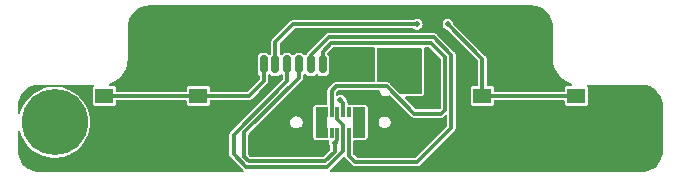
<source format=gbr>
%TF.GenerationSoftware,KiCad,Pcbnew,7.0.6*%
%TF.CreationDate,2023-07-17T12:40:32+01:00*%
%TF.ProjectId,Galia,47616c69-612e-46b6-9963-61645f706362,V1.0*%
%TF.SameCoordinates,Original*%
%TF.FileFunction,Copper,L1,Top*%
%TF.FilePolarity,Positive*%
%FSLAX46Y46*%
G04 Gerber Fmt 4.6, Leading zero omitted, Abs format (unit mm)*
G04 Created by KiCad (PCBNEW 7.0.6) date 2023-07-17 12:40:32*
%MOMM*%
%LPD*%
G01*
G04 APERTURE LIST*
G04 Aperture macros list*
%AMRoundRect*
0 Rectangle with rounded corners*
0 $1 Rounding radius*
0 $2 $3 $4 $5 $6 $7 $8 $9 X,Y pos of 4 corners*
0 Add a 4 corners polygon primitive as box body*
4,1,4,$2,$3,$4,$5,$6,$7,$8,$9,$2,$3,0*
0 Add four circle primitives for the rounded corners*
1,1,$1+$1,$2,$3*
1,1,$1+$1,$4,$5*
1,1,$1+$1,$6,$7*
1,1,$1+$1,$8,$9*
0 Add four rect primitives between the rounded corners*
20,1,$1+$1,$2,$3,$4,$5,0*
20,1,$1+$1,$4,$5,$6,$7,0*
20,1,$1+$1,$6,$7,$8,$9,0*
20,1,$1+$1,$8,$9,$2,$3,0*%
G04 Aperture macros list end*
%TA.AperFunction,SMDPad,CuDef*%
%ADD10RoundRect,0.150000X0.150000X0.200000X-0.150000X0.200000X-0.150000X-0.200000X0.150000X-0.200000X0*%
%TD*%
%TA.AperFunction,SMDPad,CuDef*%
%ADD11RoundRect,0.150000X0.150000X0.625000X-0.150000X0.625000X-0.150000X-0.625000X0.150000X-0.625000X0*%
%TD*%
%TA.AperFunction,SMDPad,CuDef*%
%ADD12RoundRect,0.250000X0.350000X0.650000X-0.350000X0.650000X-0.350000X-0.650000X0.350000X-0.650000X0*%
%TD*%
%TA.AperFunction,SMDPad,CuDef*%
%ADD13R,0.300000X0.500000*%
%TD*%
%TA.AperFunction,SMDPad,CuDef*%
%ADD14R,0.500000X0.300000*%
%TD*%
%TA.AperFunction,ComponentPad*%
%ADD15O,2.200000X1.100000*%
%TD*%
%TA.AperFunction,SMDPad,CuDef*%
%ADD16R,0.300000X0.870000*%
%TD*%
%TA.AperFunction,ComponentPad*%
%ADD17C,5.600000*%
%TD*%
%TA.AperFunction,SMDPad,CuDef*%
%ADD18R,1.550000X1.300000*%
%TD*%
%TA.AperFunction,ViaPad*%
%ADD19C,0.600000*%
%TD*%
%TA.AperFunction,ViaPad*%
%ADD20C,0.500000*%
%TD*%
%TA.AperFunction,Conductor*%
%ADD21C,0.300000*%
%TD*%
G04 APERTURE END LIST*
D10*
%TO.P,D1,1,K*%
%TO.N,VBUS*%
X96400000Y-50200000D03*
%TO.P,D1,2,A*%
%TO.N,GND*%
X97800000Y-50200000D03*
%TD*%
D11*
%TO.P,J3,1,Pin_1*%
%TO.N,VBUS*%
X96500000Y-48100000D03*
%TO.P,J3,2,Pin_2*%
X95500000Y-48100000D03*
%TO.P,J3,3,Pin_3*%
X94500000Y-48100000D03*
%TO.P,J3,4,Pin_4*%
X93500000Y-48100000D03*
%TO.P,J3,5,Pin_5*%
%TO.N,GND*%
X92500000Y-48100000D03*
%TO.P,J3,6,Pin_6*%
X91500000Y-48100000D03*
%TO.P,J3,7,Pin_7*%
X90500000Y-48100000D03*
%TO.P,J3,8,Pin_8*%
X89500000Y-48100000D03*
%TO.P,J3,9,Pin_9*%
%TO.N,CC2*%
X88500000Y-48100000D03*
%TO.P,J3,10,Pin_10*%
%TO.N,CC1*%
X87500000Y-48100000D03*
%TO.P,J3,11,Pin_11*%
%TO.N,/D-*%
X86500000Y-48100000D03*
%TO.P,J3,12,Pin_12*%
%TO.N,/D+*%
X85500000Y-48100000D03*
%TO.P,J3,13,Pin_13*%
%TO.N,/~{RST}*%
X84500000Y-48100000D03*
%TO.P,J3,14,Pin_14*%
%TO.N,/BOOTSEL*%
X83500000Y-48100000D03*
D12*
%TO.P,J3,MP,MountPin*%
%TO.N,GND*%
X97800000Y-44225000D03*
X82200000Y-44225000D03*
%TD*%
D13*
%TO.P,D5,1,K*%
%TO.N,/D+*%
X80950000Y-55000000D03*
%TO.P,D5,2,A*%
%TO.N,GND*%
X80250000Y-55000000D03*
%TD*%
%TO.P,D4,2,A*%
%TO.N,GND*%
X82550000Y-55000000D03*
%TO.P,D4,1,K*%
%TO.N,/D-*%
X81850000Y-55000000D03*
%TD*%
D14*
%TO.P,D3,2,A*%
%TO.N,GND*%
X95700000Y-55650000D03*
%TO.P,D3,1,K*%
%TO.N,CC1*%
X95700000Y-56350000D03*
%TD*%
%TO.P,D2,2,A*%
%TO.N,GND*%
X98100000Y-52950000D03*
%TO.P,D2,1,K*%
%TO.N,CC2*%
X98100000Y-52250000D03*
%TD*%
D15*
%TO.P,J1,S1,SHIELD*%
%TO.N,GND*%
X87600000Y-50850000D03*
X87600000Y-55150000D03*
X92400000Y-50850000D03*
X92400000Y-55150000D03*
D16*
%TO.P,J1,B12,GND*%
X92750000Y-52135000D03*
%TO.P,J1,B9,VBUS*%
%TO.N,VBUS*%
X91250000Y-52135000D03*
%TO.P,J1,B8,SBU2*%
%TO.N,unconnected-(J1-SBU2-PadB8)*%
X90750000Y-52135000D03*
%TO.P,J1,B7,D-*%
%TO.N,/D-*%
X90250000Y-52135000D03*
%TO.P,J1,B6,D+*%
%TO.N,/D+*%
X89750000Y-52135000D03*
%TO.P,J1,B5,CC2*%
%TO.N,CC2*%
X89250000Y-52135000D03*
%TO.P,J1,B4,VBUS*%
%TO.N,VBUS*%
X88750000Y-52135000D03*
%TO.P,J1,B1,GND*%
%TO.N,GND*%
X87250000Y-52135000D03*
%TO.P,J1,A12,GND*%
X87250000Y-53865000D03*
%TO.P,J1,A9,VBUS*%
%TO.N,VBUS*%
X88750000Y-53865000D03*
%TO.P,J1,A8,SBU1*%
%TO.N,unconnected-(J1-SBU1-PadA8)*%
X89250000Y-53865000D03*
%TO.P,J1,A7,D-*%
%TO.N,/D-*%
X89750000Y-53865000D03*
%TO.P,J1,A6,D+*%
%TO.N,/D+*%
X90250000Y-53865000D03*
%TO.P,J1,A5,CC1*%
%TO.N,CC1*%
X90750000Y-53865000D03*
%TO.P,J1,A4,VBUS*%
%TO.N,VBUS*%
X91250000Y-53865000D03*
%TO.P,J1,A1,GND*%
%TO.N,GND*%
X92750000Y-53865000D03*
%TD*%
D17*
%TO.P,H1,1*%
%TO.N,N/C*%
X65800000Y-53000000D03*
%TD*%
%TO.P,H2,1,1*%
%TO.N,GND*%
X114200000Y-53000000D03*
%TD*%
D18*
%TO.P,SW2,1,A*%
%TO.N,GND*%
X77980000Y-55250000D03*
X70020000Y-55250000D03*
%TO.P,SW2,2,B*%
%TO.N,/BOOTSEL*%
X77980000Y-50750000D03*
X70020000Y-50750000D03*
%TD*%
%TO.P,SW1,2,B*%
%TO.N,/~{RST}*%
X102020000Y-50750000D03*
X109980000Y-50750000D03*
%TO.P,SW1,1,A*%
%TO.N,GND*%
X102020000Y-55250000D03*
X109980000Y-55250000D03*
%TD*%
D19*
%TO.N,GND*%
X98200000Y-49500000D03*
X98200000Y-50900000D03*
X97400000Y-49500000D03*
X97400000Y-50900000D03*
D20*
%TO.N,/~{RST}*%
X96500000Y-44700000D03*
X99100000Y-44700000D03*
D19*
%TO.N,GND*%
X98700000Y-52950000D03*
X97500000Y-52950000D03*
X96300000Y-55650000D03*
X95100000Y-55650000D03*
X80250000Y-54400000D03*
X80250000Y-55600000D03*
X82550000Y-54400000D03*
X82550000Y-55650000D03*
D20*
%TO.N,/D-*%
X89509020Y-54736081D03*
X90000000Y-51100000D03*
D19*
%TO.N,VBUS*%
X93400000Y-47000000D03*
X94200000Y-47000000D03*
X95000000Y-47000000D03*
X95800000Y-47000000D03*
X96600000Y-47000000D03*
X96600000Y-49200000D03*
X91800000Y-53000000D03*
X88200000Y-52200000D03*
X88200000Y-53000000D03*
X88200000Y-53800000D03*
X91800000Y-53800000D03*
X95800000Y-49200000D03*
X91800000Y-52200000D03*
X94200000Y-49200000D03*
X95000000Y-49200000D03*
X93400000Y-49200000D03*
%TO.N,GND*%
X102000000Y-54200000D03*
X110000000Y-54200000D03*
X70000000Y-54200000D03*
X78000000Y-54200000D03*
%TD*%
D21*
%TO.N,/~{RST}*%
X86000000Y-44700000D02*
X96500000Y-44700000D01*
X84500000Y-46200000D02*
X86000000Y-44700000D01*
X84500000Y-48100000D02*
X84500000Y-46200000D01*
%TO.N,/D-*%
X81850000Y-53857106D02*
X81850000Y-55000000D01*
X86500000Y-48100000D02*
X86500000Y-49207106D01*
X86500000Y-49207106D02*
X81850000Y-53857106D01*
%TO.N,/D+*%
X85500000Y-49500000D02*
X85500000Y-48100000D01*
X80950000Y-55000000D02*
X80950000Y-54050000D01*
X80950000Y-54050000D02*
X85500000Y-49500000D01*
X88900001Y-56800000D02*
X90250000Y-55450000D01*
X82042894Y-56800000D02*
X88900001Y-56800000D01*
X80950000Y-55707106D02*
X82042894Y-56800000D01*
X80950000Y-55000000D02*
X80950000Y-55707106D01*
X90250000Y-55450000D02*
X90250000Y-53865000D01*
%TO.N,/D-*%
X89509020Y-54736081D02*
X89509020Y-55483874D01*
X89509020Y-55483874D02*
X88692894Y-56300000D01*
X82250000Y-56300000D02*
X88692894Y-56300000D01*
X81850000Y-55900000D02*
X81850000Y-55000000D01*
X82250000Y-56300000D02*
X81850000Y-55900000D01*
%TO.N,CC2*%
X98550000Y-52250000D02*
X98100000Y-52250000D01*
X98850000Y-47450000D02*
X98850000Y-51950000D01*
X98850000Y-51950000D02*
X98550000Y-52250000D01*
X89200000Y-46300000D02*
X97700000Y-46300000D01*
X97700000Y-46300000D02*
X98850000Y-47450000D01*
X88500000Y-48100000D02*
X88500000Y-47000000D01*
X88500000Y-47000000D02*
X89200000Y-46300000D01*
X89250000Y-50342894D02*
X89250000Y-52135000D01*
X93950000Y-49950000D02*
X89642894Y-49950000D01*
X89642894Y-49950000D02*
X89250000Y-50342894D01*
X98100000Y-52250000D02*
X96250000Y-52250000D01*
X96250000Y-52250000D02*
X93950000Y-49950000D01*
%TO.N,/~{RST}*%
X102020000Y-47620000D02*
X102020000Y-50750000D01*
X99100000Y-44700000D02*
X102020000Y-47620000D01*
%TO.N,/BOOTSEL*%
X83500000Y-49500000D02*
X83500000Y-48100000D01*
X82250000Y-50750000D02*
X83500000Y-49500000D01*
X77980000Y-50750000D02*
X82250000Y-50750000D01*
%TO.N,CC1*%
X90750000Y-55850000D02*
X90750000Y-53865000D01*
X99400000Y-53469239D02*
X96519239Y-56350000D01*
X99400000Y-47292894D02*
X99400000Y-53469239D01*
X96519239Y-56350000D02*
X91250000Y-56350000D01*
X88992893Y-45800000D02*
X97907106Y-45800000D01*
X97907106Y-45800000D02*
X99400000Y-47292894D01*
X87500000Y-47292894D02*
X88992893Y-45800000D01*
X87500000Y-48100000D02*
X87500000Y-47292894D01*
X91250000Y-56350000D02*
X90750000Y-55850000D01*
%TO.N,/~{RST}*%
X109980000Y-50750000D02*
X102020000Y-50750000D01*
%TO.N,/D-*%
X90250000Y-51350000D02*
X90000000Y-51100000D01*
X90250000Y-52135000D02*
X90250000Y-51350000D01*
X89750000Y-54495101D02*
X89509020Y-54736081D01*
X89750000Y-53865000D02*
X89750000Y-54495101D01*
%TO.N,/D+*%
X90250000Y-53250000D02*
X90250000Y-53865000D01*
X89750000Y-52750000D02*
X90250000Y-53250000D01*
X89750000Y-52135000D02*
X89750000Y-52750000D01*
%TO.N,/BOOTSEL*%
X77980000Y-50750000D02*
X70020000Y-50750000D01*
%TD*%
%TA.AperFunction,Conductor*%
%TO.N,VBUS*%
G36*
X96859191Y-46718907D02*
G01*
X96895155Y-46768407D01*
X96900000Y-46799000D01*
X96900000Y-49453644D01*
X96898992Y-49467733D01*
X96894353Y-49500000D01*
X96898823Y-49531093D01*
X96898992Y-49532264D01*
X96900000Y-49546354D01*
X96900000Y-50501000D01*
X96881093Y-50559191D01*
X96831593Y-50595155D01*
X96801000Y-50600000D01*
X95136690Y-50600000D01*
X95078499Y-50581093D01*
X95066686Y-50571004D01*
X94230801Y-49735119D01*
X94217925Y-49719262D01*
X94211437Y-49709331D01*
X94184885Y-49688665D01*
X94180283Y-49684601D01*
X94177307Y-49681625D01*
X94159560Y-49668954D01*
X94119128Y-49637484D01*
X94112677Y-49633993D01*
X94106068Y-49630761D01*
X94106066Y-49630760D01*
X94056954Y-49616138D01*
X94008488Y-49599500D01*
X94008485Y-49599499D01*
X94001260Y-49598293D01*
X93993955Y-49597383D01*
X93993954Y-49597383D01*
X93993952Y-49597383D01*
X93942769Y-49599500D01*
X93199000Y-49599500D01*
X93140809Y-49580593D01*
X93104845Y-49531093D01*
X93100000Y-49500500D01*
X93100000Y-46799000D01*
X93118907Y-46740809D01*
X93168407Y-46704845D01*
X93199000Y-46700000D01*
X96801000Y-46700000D01*
X96859191Y-46718907D01*
G37*
%TD.AperFunction*%
%TD*%
%TA.AperFunction,Conductor*%
%TO.N,VBUS*%
G36*
X88858691Y-51718907D02*
G01*
X88894655Y-51768407D01*
X88899500Y-51799000D01*
X88899500Y-52589747D01*
X88899761Y-52592398D01*
X88900000Y-52597255D01*
X88900000Y-53402739D01*
X88899762Y-53407592D01*
X88899500Y-53410253D01*
X88899500Y-54201000D01*
X88880593Y-54259191D01*
X88831093Y-54295155D01*
X88800500Y-54300000D01*
X87999000Y-54300000D01*
X87940809Y-54281093D01*
X87904845Y-54231593D01*
X87900000Y-54201000D01*
X87900000Y-51799000D01*
X87918907Y-51740809D01*
X87968407Y-51704845D01*
X87999000Y-51700000D01*
X88800500Y-51700000D01*
X88858691Y-51718907D01*
G37*
%TD.AperFunction*%
%TD*%
%TA.AperFunction,Conductor*%
%TO.N,VBUS*%
G36*
X92059191Y-51718907D02*
G01*
X92095155Y-51768407D01*
X92100000Y-51799000D01*
X92100000Y-54201000D01*
X92081093Y-54259191D01*
X92031593Y-54295155D01*
X92001000Y-54300000D01*
X91199500Y-54300000D01*
X91141309Y-54281093D01*
X91105345Y-54231593D01*
X91100500Y-54201000D01*
X91100500Y-53410253D01*
X91100238Y-53407592D01*
X91100000Y-53402739D01*
X91100000Y-52597255D01*
X91100239Y-52592398D01*
X91100500Y-52589747D01*
X91100500Y-51799000D01*
X91119407Y-51740809D01*
X91168907Y-51704845D01*
X91199500Y-51700000D01*
X92001000Y-51700000D01*
X92059191Y-51718907D01*
G37*
%TD.AperFunction*%
%TD*%
%TA.AperFunction,Conductor*%
%TO.N,GND*%
G36*
X85044945Y-48922478D02*
G01*
X85070000Y-48940681D01*
X85120505Y-48991186D01*
X85148281Y-49045701D01*
X85149500Y-49061188D01*
X85149500Y-49313809D01*
X85130593Y-49372000D01*
X85120504Y-49383813D01*
X80735118Y-53769198D01*
X80719265Y-53782071D01*
X80709335Y-53788559D01*
X80709332Y-53788561D01*
X80688664Y-53815114D01*
X80684605Y-53819712D01*
X80681619Y-53822698D01*
X80668955Y-53840437D01*
X80637483Y-53880874D01*
X80633981Y-53887343D01*
X80630758Y-53893936D01*
X80616138Y-53943045D01*
X80599499Y-53991512D01*
X80598293Y-53998743D01*
X80597383Y-54006047D01*
X80599500Y-54057231D01*
X80599500Y-55660487D01*
X80597393Y-55680802D01*
X80594957Y-55692421D01*
X80599120Y-55725815D01*
X80599500Y-55731943D01*
X80599500Y-55736144D01*
X80603087Y-55757647D01*
X80609425Y-55808494D01*
X80611527Y-55815554D01*
X80613907Y-55822486D01*
X80638295Y-55867550D01*
X80660801Y-55913588D01*
X80665078Y-55919578D01*
X80669579Y-55925361D01*
X80707275Y-55960064D01*
X81762093Y-57014881D01*
X81774969Y-57030738D01*
X81785170Y-57046352D01*
X81801168Y-57105408D01*
X81779398Y-57162590D01*
X81728176Y-57196055D01*
X81702290Y-57199499D01*
X64501621Y-57199499D01*
X64498383Y-57199393D01*
X64268360Y-57184316D01*
X64261934Y-57183470D01*
X64037438Y-57138815D01*
X64031177Y-57137138D01*
X63814430Y-57063561D01*
X63808448Y-57061083D01*
X63603166Y-56959850D01*
X63597552Y-56956609D01*
X63407233Y-56829441D01*
X63402091Y-56825495D01*
X63264739Y-56705041D01*
X63230000Y-56674576D01*
X63225420Y-56669996D01*
X63218862Y-56662518D01*
X63074495Y-56497899D01*
X63070558Y-56492767D01*
X63070557Y-56492766D01*
X62943391Y-56302447D01*
X62940150Y-56296834D01*
X62940150Y-56296833D01*
X62838908Y-56091536D01*
X62836436Y-56085567D01*
X62762857Y-55868810D01*
X62761186Y-55862573D01*
X62716528Y-55638062D01*
X62715683Y-55631644D01*
X62700605Y-55401596D01*
X62700500Y-55398367D01*
X62700500Y-55360117D01*
X62700500Y-54602121D01*
X62700500Y-53784689D01*
X62719406Y-53726502D01*
X62768906Y-53690538D01*
X62830092Y-53690538D01*
X62879592Y-53726502D01*
X62894340Y-53756299D01*
X62975673Y-54027970D01*
X62975674Y-54027972D01*
X63079335Y-54268284D01*
X63114111Y-54348904D01*
X63288870Y-54651596D01*
X63497588Y-54931953D01*
X63737442Y-55186183D01*
X64005189Y-55410849D01*
X64172537Y-55520916D01*
X64278972Y-55590920D01*
X64297207Y-55602913D01*
X64609549Y-55759777D01*
X64937989Y-55879319D01*
X64937992Y-55879319D01*
X64937993Y-55879320D01*
X65278075Y-55959921D01*
X65278080Y-55959921D01*
X65278086Y-55959923D01*
X65625241Y-56000500D01*
X65625244Y-56000500D01*
X65974756Y-56000500D01*
X65974759Y-56000500D01*
X66321914Y-55959923D01*
X66321920Y-55959921D01*
X66321924Y-55959921D01*
X66572472Y-55900540D01*
X66662011Y-55879319D01*
X66990451Y-55759777D01*
X67302793Y-55602913D01*
X67594811Y-55410849D01*
X67862558Y-55186183D01*
X68102412Y-54931953D01*
X68311130Y-54651596D01*
X68485889Y-54348904D01*
X68624326Y-54027971D01*
X68724569Y-53693136D01*
X68785262Y-53348927D01*
X68805585Y-53000000D01*
X68785262Y-52651073D01*
X68724569Y-52306864D01*
X68624326Y-51972029D01*
X68485889Y-51651096D01*
X68311130Y-51348404D01*
X68102412Y-51068047D01*
X67862558Y-50813817D01*
X67852646Y-50805500D01*
X67730689Y-50703166D01*
X67594811Y-50589151D01*
X67460789Y-50501003D01*
X67302794Y-50397087D01*
X66990453Y-50240224D01*
X66990452Y-50240223D01*
X66990451Y-50240223D01*
X66727165Y-50144395D01*
X66662006Y-50120679D01*
X66321924Y-50040078D01*
X66165306Y-50021772D01*
X65974759Y-49999500D01*
X65625241Y-49999500D01*
X65434745Y-50021766D01*
X65278075Y-50040078D01*
X64937993Y-50120679D01*
X64741191Y-50192309D01*
X64609549Y-50240223D01*
X64609548Y-50240223D01*
X64609546Y-50240224D01*
X64297205Y-50397087D01*
X64005190Y-50589150D01*
X63737443Y-50813815D01*
X63497591Y-51068043D01*
X63288871Y-51348402D01*
X63288869Y-51348405D01*
X63114111Y-51651095D01*
X63114108Y-51651102D01*
X62975674Y-51972027D01*
X62975673Y-51972029D01*
X62894340Y-52243700D01*
X62859537Y-52294023D01*
X62801802Y-52314279D01*
X62743187Y-52296731D01*
X62706082Y-52248081D01*
X62700500Y-52215311D01*
X62700500Y-51601618D01*
X62700606Y-51598381D01*
X62701230Y-51588865D01*
X62715683Y-51368352D01*
X62716528Y-51361934D01*
X62719220Y-51348404D01*
X62761183Y-51137438D01*
X62762856Y-51131188D01*
X62836438Y-50914427D01*
X62838909Y-50908460D01*
X62940154Y-50703154D01*
X62943384Y-50697560D01*
X63070561Y-50507227D01*
X63074503Y-50502091D01*
X63225429Y-50329991D01*
X63229991Y-50325429D01*
X63402094Y-50174499D01*
X63407227Y-50170561D01*
X63597560Y-50043384D01*
X63603154Y-50040154D01*
X63808460Y-49938909D01*
X63814427Y-49936438D01*
X64031188Y-49862856D01*
X64037438Y-49861183D01*
X64101263Y-49848487D01*
X64261938Y-49816527D01*
X64268352Y-49815683D01*
X64498382Y-49800606D01*
X64501621Y-49800500D01*
X69018765Y-49800500D01*
X69076956Y-49819407D01*
X69112920Y-49868907D01*
X69112920Y-49930093D01*
X69101080Y-49954502D01*
X69056134Y-50021766D01*
X69056132Y-50021772D01*
X69044501Y-50080241D01*
X69044500Y-50080253D01*
X69044500Y-51419746D01*
X69044501Y-51419758D01*
X69056132Y-51478227D01*
X69056134Y-51478233D01*
X69100445Y-51544548D01*
X69100448Y-51544552D01*
X69166769Y-51588867D01*
X69211231Y-51597711D01*
X69225241Y-51600498D01*
X69225246Y-51600498D01*
X69225252Y-51600500D01*
X69225253Y-51600500D01*
X70814747Y-51600500D01*
X70814748Y-51600500D01*
X70873231Y-51588867D01*
X70939552Y-51544552D01*
X70983867Y-51478231D01*
X70995500Y-51419748D01*
X70995500Y-51199500D01*
X71014407Y-51141309D01*
X71063907Y-51105345D01*
X71094500Y-51100500D01*
X76905500Y-51100500D01*
X76963691Y-51119407D01*
X76999655Y-51168907D01*
X77004500Y-51199500D01*
X77004500Y-51419746D01*
X77004501Y-51419758D01*
X77016132Y-51478227D01*
X77016134Y-51478233D01*
X77060445Y-51544548D01*
X77060448Y-51544552D01*
X77126769Y-51588867D01*
X77171231Y-51597711D01*
X77185241Y-51600498D01*
X77185246Y-51600498D01*
X77185252Y-51600500D01*
X77185253Y-51600500D01*
X78774747Y-51600500D01*
X78774748Y-51600500D01*
X78833231Y-51588867D01*
X78899552Y-51544552D01*
X78943867Y-51478231D01*
X78955500Y-51419748D01*
X78955500Y-51199500D01*
X78974407Y-51141309D01*
X79023907Y-51105345D01*
X79054500Y-51100500D01*
X82203381Y-51100500D01*
X82223696Y-51102607D01*
X82225844Y-51103057D01*
X82235315Y-51105043D01*
X82268712Y-51100879D01*
X82274837Y-51100500D01*
X82279041Y-51100500D01*
X82289790Y-51098706D01*
X82300540Y-51096912D01*
X82351393Y-51090573D01*
X82351396Y-51090571D01*
X82358429Y-51088477D01*
X82365377Y-51086092D01*
X82365381Y-51086092D01*
X82410444Y-51061704D01*
X82456484Y-51039198D01*
X82462470Y-51034923D01*
X82468256Y-51030420D01*
X82502957Y-50992724D01*
X83106201Y-50389480D01*
X83714884Y-49780796D01*
X83730734Y-49767926D01*
X83740669Y-49761437D01*
X83761338Y-49734879D01*
X83765388Y-49730292D01*
X83768375Y-49727307D01*
X83781044Y-49709561D01*
X83812517Y-49669126D01*
X83812518Y-49669120D01*
X83816023Y-49662645D01*
X83819239Y-49656067D01*
X83819238Y-49656067D01*
X83819240Y-49656066D01*
X83833861Y-49606954D01*
X83850500Y-49558488D01*
X83850500Y-49558483D01*
X83851708Y-49551247D01*
X83852617Y-49543955D01*
X83850499Y-49492769D01*
X83850499Y-49258170D01*
X83850499Y-49061185D01*
X83869406Y-49002997D01*
X83879490Y-48991190D01*
X83929997Y-48940683D01*
X83984514Y-48912907D01*
X84044946Y-48922479D01*
X84070000Y-48940681D01*
X84143517Y-49014198D01*
X84197285Y-49040483D01*
X84248604Y-49065572D01*
X84248605Y-49065572D01*
X84248607Y-49065573D01*
X84316740Y-49075500D01*
X84316743Y-49075500D01*
X84683257Y-49075500D01*
X84683260Y-49075500D01*
X84751393Y-49065573D01*
X84856483Y-49014198D01*
X84929998Y-48940682D01*
X84984513Y-48912907D01*
X85044945Y-48922478D01*
G37*
%TD.AperFunction*%
%TA.AperFunction,Conductor*%
G36*
X106201618Y-43100606D02*
G01*
X106431644Y-43115682D01*
X106438065Y-43116528D01*
X106662562Y-43161184D01*
X106668816Y-43162859D01*
X106779216Y-43200335D01*
X106885565Y-43236436D01*
X106891553Y-43238916D01*
X107096835Y-43340150D01*
X107102449Y-43343391D01*
X107292768Y-43470558D01*
X107297907Y-43474501D01*
X107469995Y-43625419D01*
X107469997Y-43625420D01*
X107474580Y-43630003D01*
X107625496Y-43802089D01*
X107629442Y-43807232D01*
X107756611Y-43997554D01*
X107759852Y-44003168D01*
X107861082Y-44208442D01*
X107863562Y-44214430D01*
X107937139Y-44431177D01*
X107938816Y-44437438D01*
X107983471Y-44661934D01*
X107984317Y-44668360D01*
X107998019Y-44877410D01*
X107999395Y-44898392D01*
X107999501Y-44901631D01*
X107999501Y-47558992D01*
X107999500Y-47558995D01*
X107999500Y-47733100D01*
X107999501Y-47733117D01*
X108031586Y-47997365D01*
X108031588Y-47997380D01*
X108095295Y-48255846D01*
X108095296Y-48255849D01*
X108095297Y-48255852D01*
X108189697Y-48504764D01*
X108189699Y-48504767D01*
X108313414Y-48740487D01*
X108313415Y-48740488D01*
X108464626Y-48959556D01*
X108464631Y-48959562D01*
X108464637Y-48959571D01*
X108641168Y-49158833D01*
X108840430Y-49335364D01*
X108840440Y-49335371D01*
X108840444Y-49335374D01*
X109059512Y-49486585D01*
X109059513Y-49486586D01*
X109059515Y-49486587D01*
X109059518Y-49486589D01*
X109265996Y-49594957D01*
X109295239Y-49610305D01*
X109304740Y-49613908D01*
X109544149Y-49704703D01*
X109544164Y-49704706D01*
X109547006Y-49705593D01*
X109546645Y-49706748D01*
X109594804Y-49736664D01*
X109617874Y-49793333D01*
X109603229Y-49852740D01*
X109556462Y-49892193D01*
X109519134Y-49899500D01*
X109185252Y-49899500D01*
X109185251Y-49899500D01*
X109185241Y-49899501D01*
X109126772Y-49911132D01*
X109126766Y-49911134D01*
X109060451Y-49955445D01*
X109060445Y-49955451D01*
X109016134Y-50021766D01*
X109016132Y-50021772D01*
X109004501Y-50080241D01*
X109004500Y-50080253D01*
X109004500Y-50300500D01*
X108985593Y-50358691D01*
X108936093Y-50394655D01*
X108905500Y-50399500D01*
X103094500Y-50399500D01*
X103036309Y-50380593D01*
X103000345Y-50331093D01*
X102995500Y-50300500D01*
X102995500Y-50080253D01*
X102995498Y-50080241D01*
X102987809Y-50041587D01*
X102983867Y-50021769D01*
X102939552Y-49955448D01*
X102939548Y-49955445D01*
X102873233Y-49911134D01*
X102873231Y-49911133D01*
X102873228Y-49911132D01*
X102873227Y-49911132D01*
X102814758Y-49899501D01*
X102814748Y-49899500D01*
X102814747Y-49899500D01*
X102469500Y-49899500D01*
X102411309Y-49880593D01*
X102375345Y-49831093D01*
X102370500Y-49800500D01*
X102370500Y-47666618D01*
X102372607Y-47646302D01*
X102372617Y-47646253D01*
X102375043Y-47634685D01*
X102370879Y-47601288D01*
X102370500Y-47595162D01*
X102370500Y-47590961D01*
X102370500Y-47590960D01*
X102366911Y-47569457D01*
X102360573Y-47518608D01*
X102360572Y-47518606D01*
X102360572Y-47518603D01*
X102358480Y-47511577D01*
X102356091Y-47504616D01*
X102331699Y-47459545D01*
X102309198Y-47413516D01*
X102304930Y-47407538D01*
X102300420Y-47401744D01*
X102262712Y-47367030D01*
X99571622Y-44675940D01*
X99543845Y-44621423D01*
X99543655Y-44620169D01*
X99536697Y-44571774D01*
X99482882Y-44453937D01*
X99398049Y-44356033D01*
X99398048Y-44356032D01*
X99398047Y-44356031D01*
X99289073Y-44285998D01*
X99289070Y-44285996D01*
X99289069Y-44285996D01*
X99289066Y-44285995D01*
X99164774Y-44249500D01*
X99164772Y-44249500D01*
X99035228Y-44249500D01*
X99035225Y-44249500D01*
X98910933Y-44285995D01*
X98910926Y-44285998D01*
X98801952Y-44356031D01*
X98717117Y-44453938D01*
X98663302Y-44571774D01*
X98644867Y-44699997D01*
X98644867Y-44700002D01*
X98663302Y-44828225D01*
X98695342Y-44898381D01*
X98717118Y-44946063D01*
X98801951Y-45043967D01*
X98801952Y-45043968D01*
X98814013Y-45051719D01*
X98910931Y-45114004D01*
X99035228Y-45150500D01*
X99035230Y-45150500D01*
X99038714Y-45151523D01*
X99080827Y-45176509D01*
X101640504Y-47736186D01*
X101668281Y-47790703D01*
X101669500Y-47806190D01*
X101669500Y-49800500D01*
X101650593Y-49858691D01*
X101601093Y-49894655D01*
X101570500Y-49899500D01*
X101225252Y-49899500D01*
X101225251Y-49899500D01*
X101225241Y-49899501D01*
X101166772Y-49911132D01*
X101166766Y-49911134D01*
X101100451Y-49955445D01*
X101100445Y-49955451D01*
X101056134Y-50021766D01*
X101056132Y-50021772D01*
X101044501Y-50080241D01*
X101044500Y-50080253D01*
X101044500Y-51419746D01*
X101044501Y-51419758D01*
X101056132Y-51478227D01*
X101056134Y-51478233D01*
X101100445Y-51544548D01*
X101100448Y-51544552D01*
X101166769Y-51588867D01*
X101211231Y-51597711D01*
X101225241Y-51600498D01*
X101225246Y-51600498D01*
X101225252Y-51600500D01*
X101225253Y-51600500D01*
X102814747Y-51600500D01*
X102814748Y-51600500D01*
X102873231Y-51588867D01*
X102939552Y-51544552D01*
X102983867Y-51478231D01*
X102995500Y-51419748D01*
X102995499Y-51199500D01*
X103014407Y-51141309D01*
X103063907Y-51105345D01*
X103094500Y-51100500D01*
X108905500Y-51100500D01*
X108963691Y-51119407D01*
X108999655Y-51168907D01*
X109004500Y-51199500D01*
X109004500Y-51419746D01*
X109004501Y-51419758D01*
X109016132Y-51478227D01*
X109016134Y-51478233D01*
X109060445Y-51544548D01*
X109060448Y-51544552D01*
X109126769Y-51588867D01*
X109171231Y-51597711D01*
X109185241Y-51600498D01*
X109185246Y-51600498D01*
X109185252Y-51600500D01*
X109185253Y-51600500D01*
X110774747Y-51600500D01*
X110774748Y-51600500D01*
X110833231Y-51588867D01*
X110899552Y-51544552D01*
X110943867Y-51478231D01*
X110955500Y-51419748D01*
X110955500Y-50080252D01*
X110943867Y-50021769D01*
X110899552Y-49955448D01*
X110898920Y-49954502D01*
X110882311Y-49895614D01*
X110903488Y-49838210D01*
X110954362Y-49804217D01*
X110981235Y-49800500D01*
X115460118Y-49800500D01*
X115498379Y-49800500D01*
X115501617Y-49800606D01*
X115731645Y-49815682D01*
X115738063Y-49816527D01*
X115801890Y-49829223D01*
X115962561Y-49861183D01*
X115968814Y-49862858D01*
X116111024Y-49911132D01*
X116185569Y-49936437D01*
X116191544Y-49938911D01*
X116396838Y-50040151D01*
X116402446Y-50043388D01*
X116457616Y-50080252D01*
X116592766Y-50170557D01*
X116597908Y-50174503D01*
X116667963Y-50235939D01*
X116770000Y-50325422D01*
X116774577Y-50329999D01*
X116826740Y-50389480D01*
X116925496Y-50502091D01*
X116929442Y-50507233D01*
X117056610Y-50697552D01*
X117059851Y-50703166D01*
X117136973Y-50859555D01*
X117161082Y-50908442D01*
X117163562Y-50914430D01*
X117237139Y-51131177D01*
X117238816Y-51137438D01*
X117283471Y-51361934D01*
X117284317Y-51368360D01*
X117299394Y-51598381D01*
X117299500Y-51601620D01*
X117299500Y-55398379D01*
X117299394Y-55401618D01*
X117284317Y-55631639D01*
X117283471Y-55638065D01*
X117238816Y-55862561D01*
X117237139Y-55868822D01*
X117163562Y-56085569D01*
X117161082Y-56091557D01*
X117059851Y-56296833D01*
X117056610Y-56302447D01*
X116929442Y-56492766D01*
X116925496Y-56497908D01*
X116774580Y-56669997D01*
X116769997Y-56674580D01*
X116597908Y-56825496D01*
X116592766Y-56829442D01*
X116402447Y-56956610D01*
X116396833Y-56959851D01*
X116191557Y-57061082D01*
X116185569Y-57063562D01*
X115968822Y-57137139D01*
X115962561Y-57138816D01*
X115738065Y-57183471D01*
X115731639Y-57184317D01*
X115520336Y-57198167D01*
X115501631Y-57199393D01*
X115498394Y-57199499D01*
X89235190Y-57199499D01*
X89176999Y-57180592D01*
X89141035Y-57131092D01*
X89141035Y-57069906D01*
X89165184Y-57030497D01*
X90255556Y-55940125D01*
X90310071Y-55912350D01*
X90370503Y-55921921D01*
X90412626Y-55963012D01*
X90438295Y-56010444D01*
X90460801Y-56056482D01*
X90465069Y-56062460D01*
X90469581Y-56068257D01*
X90469582Y-56068258D01*
X90488387Y-56085569D01*
X90507276Y-56102957D01*
X90969197Y-56564879D01*
X90982072Y-56580734D01*
X90988563Y-56590669D01*
X91015110Y-56611331D01*
X91019709Y-56615391D01*
X91022689Y-56618371D01*
X91022693Y-56618374D01*
X91039563Y-56630420D01*
X91040428Y-56631037D01*
X91080874Y-56662517D01*
X91080875Y-56662517D01*
X91080876Y-56662518D01*
X91087337Y-56666014D01*
X91093934Y-56669240D01*
X91143045Y-56683861D01*
X91191512Y-56700500D01*
X91191516Y-56700500D01*
X91198733Y-56701705D01*
X91206039Y-56702615D01*
X91206046Y-56702617D01*
X91257242Y-56700500D01*
X95430252Y-56700500D01*
X95969748Y-56700500D01*
X96472620Y-56700500D01*
X96492935Y-56702607D01*
X96495083Y-56703057D01*
X96504554Y-56705043D01*
X96537951Y-56700879D01*
X96544076Y-56700500D01*
X96548280Y-56700500D01*
X96559029Y-56698706D01*
X96569779Y-56696912D01*
X96620632Y-56690573D01*
X96620635Y-56690571D01*
X96627668Y-56688477D01*
X96634616Y-56686092D01*
X96634620Y-56686092D01*
X96679683Y-56661704D01*
X96725723Y-56639198D01*
X96731709Y-56634923D01*
X96737495Y-56630420D01*
X96772196Y-56592724D01*
X98178737Y-55186183D01*
X99614884Y-53750035D01*
X99630734Y-53737165D01*
X99640669Y-53730676D01*
X99661338Y-53704118D01*
X99665388Y-53699531D01*
X99668375Y-53696546D01*
X99668381Y-53696538D01*
X99681041Y-53678805D01*
X99712516Y-53638366D01*
X99716008Y-53631912D01*
X99719237Y-53625308D01*
X99719237Y-53625307D01*
X99719239Y-53625305D01*
X99733856Y-53576205D01*
X99750500Y-53527727D01*
X99750500Y-53527723D01*
X99751706Y-53520498D01*
X99752617Y-53513193D01*
X99750500Y-53462008D01*
X99750500Y-47339512D01*
X99752607Y-47319196D01*
X99752617Y-47319147D01*
X99755043Y-47307579D01*
X99750879Y-47274182D01*
X99750500Y-47268056D01*
X99750500Y-47263853D01*
X99746912Y-47242353D01*
X99742731Y-47208814D01*
X99740573Y-47191501D01*
X99740572Y-47191499D01*
X99740572Y-47191497D01*
X99738479Y-47184469D01*
X99736091Y-47177510D01*
X99711704Y-47132448D01*
X99689198Y-47086409D01*
X99684948Y-47080456D01*
X99680418Y-47074636D01*
X99642724Y-47039935D01*
X98187907Y-45585119D01*
X98175031Y-45569262D01*
X98168543Y-45559331D01*
X98141991Y-45538665D01*
X98137389Y-45534601D01*
X98134413Y-45531625D01*
X98116666Y-45518954D01*
X98076234Y-45487484D01*
X98069783Y-45483993D01*
X98063174Y-45480761D01*
X98063172Y-45480760D01*
X98014060Y-45466138D01*
X97965594Y-45449500D01*
X97965591Y-45449499D01*
X97958366Y-45448293D01*
X97951061Y-45447383D01*
X97951060Y-45447383D01*
X97951058Y-45447383D01*
X97899875Y-45449500D01*
X89039506Y-45449500D01*
X89019191Y-45447393D01*
X89007578Y-45444958D01*
X88974187Y-45449120D01*
X88968062Y-45449500D01*
X88963849Y-45449500D01*
X88942341Y-45453089D01*
X88891500Y-45459426D01*
X88884468Y-45461519D01*
X88877509Y-45463908D01*
X88832448Y-45488295D01*
X88786410Y-45510801D01*
X88780435Y-45515066D01*
X88774637Y-45519579D01*
X88739935Y-45557275D01*
X87285120Y-47012091D01*
X87269270Y-47024963D01*
X87259331Y-47031457D01*
X87259327Y-47031461D01*
X87238661Y-47058012D01*
X87234607Y-47062604D01*
X87231630Y-47065582D01*
X87231622Y-47065591D01*
X87225164Y-47074636D01*
X87220506Y-47081161D01*
X87218962Y-47083323D01*
X87187483Y-47123767D01*
X87183981Y-47130240D01*
X87177158Y-47144197D01*
X87174841Y-47143064D01*
X87147246Y-47183073D01*
X87144649Y-47184992D01*
X87143525Y-47185794D01*
X87143517Y-47185801D01*
X87143517Y-47185802D01*
X87070001Y-47259317D01*
X87015487Y-47287093D01*
X86955055Y-47277522D01*
X86929999Y-47259318D01*
X86856483Y-47185802D01*
X86840499Y-47177988D01*
X86751395Y-47134427D01*
X86722656Y-47130240D01*
X86683260Y-47124500D01*
X86316740Y-47124500D01*
X86282673Y-47129463D01*
X86248604Y-47134427D01*
X86143518Y-47185801D01*
X86143517Y-47185801D01*
X86143517Y-47185802D01*
X86070001Y-47259317D01*
X86015487Y-47287093D01*
X85955055Y-47277522D01*
X85929999Y-47259318D01*
X85856483Y-47185802D01*
X85840499Y-47177988D01*
X85751395Y-47134427D01*
X85722656Y-47130240D01*
X85683260Y-47124500D01*
X85316740Y-47124500D01*
X85282673Y-47129463D01*
X85248604Y-47134427D01*
X85143518Y-47185801D01*
X85143517Y-47185801D01*
X85143517Y-47185802D01*
X85070001Y-47259317D01*
X85015487Y-47287093D01*
X84955055Y-47277522D01*
X84929999Y-47259318D01*
X84879494Y-47208813D01*
X84851719Y-47154299D01*
X84850500Y-47138812D01*
X84850500Y-46386189D01*
X84869407Y-46327998D01*
X84879496Y-46316185D01*
X86116186Y-45079496D01*
X86170703Y-45051719D01*
X86186190Y-45050500D01*
X96183048Y-45050500D01*
X96236571Y-45066216D01*
X96310926Y-45114001D01*
X96310931Y-45114004D01*
X96435228Y-45150500D01*
X96435230Y-45150500D01*
X96564770Y-45150500D01*
X96564772Y-45150500D01*
X96689069Y-45114004D01*
X96798049Y-45043967D01*
X96882882Y-44946063D01*
X96936697Y-44828226D01*
X96955133Y-44700000D01*
X96943835Y-44621423D01*
X96936697Y-44571774D01*
X96882882Y-44453938D01*
X96882882Y-44453937D01*
X96798049Y-44356033D01*
X96798048Y-44356032D01*
X96798047Y-44356031D01*
X96689073Y-44285998D01*
X96689070Y-44285996D01*
X96689069Y-44285996D01*
X96689066Y-44285995D01*
X96564774Y-44249500D01*
X96564772Y-44249500D01*
X96435228Y-44249500D01*
X96435225Y-44249500D01*
X96310933Y-44285995D01*
X96310926Y-44285998D01*
X96236571Y-44333784D01*
X96183048Y-44349500D01*
X86046613Y-44349500D01*
X86026298Y-44347393D01*
X86014685Y-44344958D01*
X85981294Y-44349120D01*
X85975169Y-44349500D01*
X85970956Y-44349500D01*
X85949448Y-44353089D01*
X85898607Y-44359426D01*
X85891575Y-44361519D01*
X85884616Y-44363908D01*
X85839555Y-44388295D01*
X85793517Y-44410801D01*
X85787542Y-44415066D01*
X85781744Y-44419579D01*
X85747042Y-44457275D01*
X84285118Y-45919198D01*
X84269265Y-45932071D01*
X84259335Y-45938559D01*
X84259332Y-45938561D01*
X84238664Y-45965114D01*
X84234605Y-45969712D01*
X84231619Y-45972698D01*
X84218955Y-45990437D01*
X84187483Y-46030874D01*
X84183981Y-46037343D01*
X84180758Y-46043936D01*
X84166138Y-46093045D01*
X84149499Y-46141512D01*
X84148293Y-46148743D01*
X84147383Y-46156047D01*
X84149500Y-46207231D01*
X84149500Y-47138811D01*
X84130593Y-47197002D01*
X84120504Y-47208814D01*
X84070004Y-47259315D01*
X84015488Y-47287093D01*
X83955056Y-47277522D01*
X83929999Y-47259318D01*
X83856483Y-47185802D01*
X83840499Y-47177988D01*
X83751395Y-47134427D01*
X83722656Y-47130240D01*
X83683260Y-47124500D01*
X83316740Y-47124500D01*
X83282673Y-47129463D01*
X83248604Y-47134427D01*
X83143518Y-47185801D01*
X83060801Y-47268518D01*
X83009427Y-47373604D01*
X83009427Y-47373607D01*
X82999500Y-47441740D01*
X82999500Y-48758260D01*
X83000000Y-48761691D01*
X83009427Y-48826395D01*
X83031937Y-48872439D01*
X83060802Y-48931483D01*
X83120505Y-48991186D01*
X83148281Y-49045701D01*
X83149500Y-49061188D01*
X83149500Y-49313809D01*
X83130593Y-49372000D01*
X83120504Y-49383813D01*
X82133814Y-50370504D01*
X82079297Y-50398281D01*
X82063810Y-50399500D01*
X79054500Y-50399500D01*
X78996309Y-50380593D01*
X78960345Y-50331093D01*
X78955500Y-50300500D01*
X78955500Y-50080253D01*
X78955498Y-50080241D01*
X78947809Y-50041587D01*
X78943867Y-50021769D01*
X78899552Y-49955448D01*
X78899548Y-49955445D01*
X78833233Y-49911134D01*
X78833231Y-49911133D01*
X78833228Y-49911132D01*
X78833227Y-49911132D01*
X78774758Y-49899501D01*
X78774748Y-49899500D01*
X77185252Y-49899500D01*
X77185251Y-49899500D01*
X77185241Y-49899501D01*
X77126772Y-49911132D01*
X77126766Y-49911134D01*
X77060451Y-49955445D01*
X77060445Y-49955451D01*
X77016134Y-50021766D01*
X77016132Y-50021772D01*
X77004501Y-50080241D01*
X77004500Y-50080253D01*
X77004500Y-50300500D01*
X76985593Y-50358691D01*
X76936093Y-50394655D01*
X76905500Y-50399500D01*
X71094500Y-50399500D01*
X71036309Y-50380593D01*
X71000345Y-50331093D01*
X70995500Y-50300500D01*
X70995500Y-50080253D01*
X70995498Y-50080241D01*
X70987809Y-50041587D01*
X70983867Y-50021769D01*
X70939552Y-49955448D01*
X70939548Y-49955445D01*
X70873233Y-49911134D01*
X70873231Y-49911133D01*
X70873228Y-49911132D01*
X70873227Y-49911132D01*
X70814758Y-49899501D01*
X70814748Y-49899500D01*
X70480867Y-49899500D01*
X70422676Y-49880593D01*
X70386712Y-49831093D01*
X70386712Y-49769907D01*
X70422676Y-49720407D01*
X70453192Y-49706226D01*
X70452995Y-49705593D01*
X70455833Y-49704707D01*
X70455852Y-49704703D01*
X70704764Y-49610303D01*
X70940483Y-49486589D01*
X71159570Y-49335363D01*
X71358832Y-49158832D01*
X71535363Y-48959570D01*
X71686589Y-48740483D01*
X71810303Y-48504764D01*
X71904703Y-48255852D01*
X71968412Y-47997376D01*
X72000500Y-47733106D01*
X72000500Y-47600000D01*
X72000500Y-47560118D01*
X72000500Y-47560117D01*
X72000500Y-44901618D01*
X72000606Y-44898381D01*
X72015683Y-44668352D01*
X72016528Y-44661934D01*
X72018377Y-44652642D01*
X72061183Y-44437438D01*
X72062856Y-44431188D01*
X72136438Y-44214427D01*
X72138909Y-44208460D01*
X72240154Y-44003154D01*
X72243388Y-43997554D01*
X72370561Y-43807227D01*
X72374503Y-43802091D01*
X72374505Y-43802089D01*
X72525429Y-43629991D01*
X72529991Y-43625429D01*
X72702094Y-43474499D01*
X72707232Y-43470558D01*
X72897560Y-43343384D01*
X72903154Y-43340154D01*
X73108460Y-43238909D01*
X73114427Y-43236438D01*
X73331188Y-43162856D01*
X73337438Y-43161183D01*
X73401263Y-43148487D01*
X73561938Y-43116527D01*
X73568352Y-43115683D01*
X73798382Y-43100606D01*
X73801621Y-43100500D01*
X73839882Y-43100500D01*
X106160119Y-43100500D01*
X106198380Y-43100500D01*
X106201618Y-43100606D01*
G37*
%TD.AperFunction*%
%TA.AperFunction,Conductor*%
G36*
X93331867Y-50319407D02*
G01*
X93367831Y-50368907D01*
X93372168Y-50389480D01*
X93379995Y-50466423D01*
X93399573Y-50524378D01*
X93399578Y-50524390D01*
X93418508Y-50560496D01*
X93420120Y-50563876D01*
X93445017Y-50621596D01*
X93445018Y-50621599D01*
X93445021Y-50621604D01*
X93473261Y-50668604D01*
X93473263Y-50668607D01*
X93505970Y-50709482D01*
X93505970Y-50709481D01*
X93505974Y-50709486D01*
X93524416Y-50729628D01*
X93602926Y-50776536D01*
X93661117Y-50795443D01*
X93673171Y-50797352D01*
X93724615Y-50805500D01*
X93724619Y-50805500D01*
X93865309Y-50805500D01*
X93865310Y-50805500D01*
X93913282Y-50799822D01*
X93932957Y-50795098D01*
X93958216Y-50789035D01*
X93958216Y-50789034D01*
X93958227Y-50789032D01*
X93978127Y-50783178D01*
X94055565Y-50734520D01*
X94077199Y-50712885D01*
X94131714Y-50685110D01*
X94192146Y-50694681D01*
X94217205Y-50712887D01*
X95969199Y-52464881D01*
X95982074Y-52480737D01*
X95988563Y-52490669D01*
X96015110Y-52511332D01*
X96019708Y-52515392D01*
X96022687Y-52518370D01*
X96022690Y-52518372D01*
X96022693Y-52518375D01*
X96035370Y-52527425D01*
X96040435Y-52531042D01*
X96050914Y-52539198D01*
X96080874Y-52562517D01*
X96080875Y-52562517D01*
X96080876Y-52562518D01*
X96087318Y-52566005D01*
X96093932Y-52569238D01*
X96093933Y-52569238D01*
X96093934Y-52569239D01*
X96143033Y-52583856D01*
X96191512Y-52600500D01*
X96191513Y-52600500D01*
X96198732Y-52601705D01*
X96206039Y-52602615D01*
X96206046Y-52602617D01*
X96257231Y-52600500D01*
X97830252Y-52600500D01*
X98041512Y-52600500D01*
X98503381Y-52600500D01*
X98523696Y-52602607D01*
X98525844Y-52603057D01*
X98535315Y-52605043D01*
X98568712Y-52600879D01*
X98574837Y-52600500D01*
X98579041Y-52600500D01*
X98589790Y-52598706D01*
X98600540Y-52596912D01*
X98651393Y-52590573D01*
X98651396Y-52590571D01*
X98658429Y-52588477D01*
X98665377Y-52586092D01*
X98665381Y-52586092D01*
X98710444Y-52561704D01*
X98756484Y-52539198D01*
X98762470Y-52534923D01*
X98768256Y-52530420D01*
X98785828Y-52511332D01*
X98802957Y-52492724D01*
X98880498Y-52415182D01*
X98935013Y-52387407D01*
X98995445Y-52396978D01*
X99038710Y-52440243D01*
X99049500Y-52485188D01*
X99049500Y-53283048D01*
X99030593Y-53341239D01*
X99020504Y-53353052D01*
X96403053Y-55970504D01*
X96348536Y-55998281D01*
X96333049Y-55999500D01*
X91436190Y-55999500D01*
X91377999Y-55980593D01*
X91366186Y-55970504D01*
X91129496Y-55733814D01*
X91101719Y-55679297D01*
X91100500Y-55663810D01*
X91100500Y-54604500D01*
X91119407Y-54546309D01*
X91168907Y-54510345D01*
X91199500Y-54505500D01*
X92000996Y-54505500D01*
X92001000Y-54505500D01*
X92033144Y-54502970D01*
X92048747Y-54500499D01*
X92063738Y-54498125D01*
X92064874Y-54497931D01*
X92068287Y-54497352D01*
X92152383Y-54461408D01*
X92201883Y-54425444D01*
X92229628Y-54401203D01*
X92276536Y-54322693D01*
X92295443Y-54264502D01*
X92305500Y-54201000D01*
X92305500Y-53808095D01*
X92305647Y-53806054D01*
X92305647Y-53793960D01*
X92305500Y-53791903D01*
X92305500Y-53073402D01*
X93239500Y-53073402D01*
X93263827Y-53156252D01*
X93280857Y-53214250D01*
X93360222Y-53337744D01*
X93471164Y-53433877D01*
X93604696Y-53494859D01*
X93604697Y-53494859D01*
X93604699Y-53494860D01*
X93713479Y-53510500D01*
X93713484Y-53510500D01*
X93786521Y-53510500D01*
X93895300Y-53494860D01*
X93895301Y-53494859D01*
X93895304Y-53494859D01*
X94028836Y-53433877D01*
X94139778Y-53337744D01*
X94219143Y-53214250D01*
X94260500Y-53073399D01*
X94260500Y-52926601D01*
X94219143Y-52785750D01*
X94139778Y-52662256D01*
X94028836Y-52566123D01*
X93932027Y-52521912D01*
X93895300Y-52505139D01*
X93786521Y-52489500D01*
X93786516Y-52489500D01*
X93713484Y-52489500D01*
X93713479Y-52489500D01*
X93604699Y-52505139D01*
X93471164Y-52566123D01*
X93360222Y-52662256D01*
X93280857Y-52785749D01*
X93280856Y-52785752D01*
X93239500Y-52926597D01*
X93239500Y-53073402D01*
X92305500Y-53073402D01*
X92305500Y-53008109D01*
X92305647Y-53006053D01*
X92305647Y-52993960D01*
X92305500Y-52991903D01*
X92305500Y-52208109D01*
X92305647Y-52206053D01*
X92305647Y-52193960D01*
X92305500Y-52191903D01*
X92305500Y-51799004D01*
X92305499Y-51798996D01*
X92302970Y-51766856D01*
X92298125Y-51736263D01*
X92297995Y-51735498D01*
X92297353Y-51731714D01*
X92297352Y-51731713D01*
X92261408Y-51647617D01*
X92225444Y-51598117D01*
X92201203Y-51570372D01*
X92122693Y-51523464D01*
X92122691Y-51523463D01*
X92122689Y-51523462D01*
X92064499Y-51504556D01*
X92064500Y-51504556D01*
X92001003Y-51494500D01*
X92001000Y-51494500D01*
X91199500Y-51494500D01*
X91167356Y-51497030D01*
X91162042Y-51497871D01*
X91159456Y-51498281D01*
X91143971Y-51499500D01*
X91080248Y-51499500D01*
X91019314Y-51511621D01*
X90980686Y-51511621D01*
X90919751Y-51499500D01*
X90919748Y-51499500D01*
X90699500Y-51499500D01*
X90641309Y-51480593D01*
X90605345Y-51431093D01*
X90600500Y-51400500D01*
X90600500Y-51396613D01*
X90602607Y-51376297D01*
X90604271Y-51368360D01*
X90605042Y-51364685D01*
X90600879Y-51331294D01*
X90600500Y-51325168D01*
X90600500Y-51320954D01*
X90596911Y-51299449D01*
X90593290Y-51270407D01*
X90590573Y-51248607D01*
X90590571Y-51248604D01*
X90588477Y-51241569D01*
X90586091Y-51234616D01*
X90561704Y-51189554D01*
X90539198Y-51143515D01*
X90534948Y-51137562D01*
X90530418Y-51131742D01*
X90492724Y-51097041D01*
X90471622Y-51075940D01*
X90443845Y-51021423D01*
X90443645Y-51020102D01*
X90436697Y-50971774D01*
X90424080Y-50944148D01*
X90382883Y-50853939D01*
X90382882Y-50853938D01*
X90382882Y-50853937D01*
X90298049Y-50756033D01*
X90298048Y-50756032D01*
X90298047Y-50756031D01*
X90189073Y-50685998D01*
X90189070Y-50685996D01*
X90189069Y-50685996D01*
X90189066Y-50685995D01*
X90064774Y-50649500D01*
X90064772Y-50649500D01*
X89935228Y-50649500D01*
X89935225Y-50649500D01*
X89810933Y-50685995D01*
X89810931Y-50685996D01*
X89753023Y-50723211D01*
X89693847Y-50738764D01*
X89636831Y-50716565D01*
X89603752Y-50665093D01*
X89600500Y-50639926D01*
X89600500Y-50529082D01*
X89619407Y-50470891D01*
X89629497Y-50459078D01*
X89759080Y-50329496D01*
X89813596Y-50301719D01*
X89829083Y-50300500D01*
X93273676Y-50300500D01*
X93331867Y-50319407D01*
G37*
%TD.AperFunction*%
%TA.AperFunction,Conductor*%
G36*
X92860296Y-46669407D02*
G01*
X92896260Y-46718907D01*
X92899886Y-46764985D01*
X92894500Y-46798994D01*
X92894500Y-46991903D01*
X92894353Y-46993960D01*
X92894353Y-47006053D01*
X92894500Y-47008109D01*
X92894500Y-49191903D01*
X92894353Y-49193960D01*
X92894353Y-49206053D01*
X92894500Y-49208109D01*
X92894500Y-49500500D01*
X92875593Y-49558691D01*
X92826093Y-49594655D01*
X92795500Y-49599500D01*
X89689513Y-49599500D01*
X89669198Y-49597393D01*
X89657580Y-49594957D01*
X89657579Y-49594957D01*
X89624181Y-49599120D01*
X89618057Y-49599500D01*
X89613854Y-49599500D01*
X89603103Y-49601293D01*
X89592352Y-49603087D01*
X89541500Y-49609426D01*
X89534475Y-49611517D01*
X89527510Y-49613908D01*
X89482449Y-49638295D01*
X89436411Y-49660801D01*
X89430436Y-49665066D01*
X89424638Y-49669579D01*
X89389936Y-49707275D01*
X89035117Y-50062092D01*
X89019265Y-50074965D01*
X89009335Y-50081453D01*
X89009332Y-50081455D01*
X88988664Y-50108008D01*
X88984605Y-50112606D01*
X88981619Y-50115592D01*
X88968955Y-50133331D01*
X88937483Y-50173768D01*
X88933981Y-50180237D01*
X88930758Y-50186830D01*
X88916138Y-50235939D01*
X88899499Y-50284406D01*
X88898293Y-50291637D01*
X88897383Y-50298941D01*
X88899500Y-50350125D01*
X88899500Y-51395500D01*
X88880593Y-51453691D01*
X88831093Y-51489655D01*
X88800500Y-51494500D01*
X87999000Y-51494500D01*
X87966856Y-51497030D01*
X87958957Y-51498281D01*
X87936262Y-51501875D01*
X87931715Y-51502647D01*
X87931713Y-51502647D01*
X87847617Y-51538591D01*
X87798118Y-51574555D01*
X87770372Y-51598797D01*
X87723464Y-51677307D01*
X87723462Y-51677310D01*
X87704556Y-51735499D01*
X87694500Y-51798996D01*
X87694500Y-52191903D01*
X87694353Y-52193960D01*
X87694353Y-52206054D01*
X87694500Y-52208108D01*
X87694499Y-52991903D01*
X87694353Y-52993961D01*
X87694353Y-53006054D01*
X87694500Y-53008108D01*
X87694499Y-53791903D01*
X87694353Y-53793961D01*
X87694353Y-53806054D01*
X87694500Y-53808108D01*
X87694500Y-54201000D01*
X87697030Y-54233142D01*
X87697030Y-54233143D01*
X87701875Y-54263738D01*
X87702647Y-54268284D01*
X87702647Y-54268286D01*
X87738591Y-54352382D01*
X87738592Y-54352383D01*
X87774556Y-54401883D01*
X87798797Y-54429628D01*
X87877307Y-54476536D01*
X87935498Y-54495443D01*
X87947552Y-54497352D01*
X87998996Y-54505500D01*
X87999000Y-54505500D01*
X88800496Y-54505500D01*
X88800500Y-54505500D01*
X88832644Y-54502970D01*
X88837957Y-54502128D01*
X88840544Y-54501719D01*
X88856029Y-54500500D01*
X88919747Y-54500500D01*
X88919748Y-54500500D01*
X88955486Y-54493391D01*
X89016246Y-54500581D01*
X89061177Y-54542112D01*
X89073115Y-54602121D01*
X89072793Y-54604576D01*
X89053887Y-54736076D01*
X89053887Y-54736083D01*
X89072322Y-54864306D01*
X89126138Y-54982144D01*
X89134337Y-54991606D01*
X89158157Y-55047964D01*
X89158520Y-55056439D01*
X89158520Y-55297683D01*
X89139613Y-55355874D01*
X89129524Y-55367687D01*
X88576708Y-55920504D01*
X88522191Y-55948281D01*
X88506704Y-55949500D01*
X82436189Y-55949500D01*
X82377998Y-55930593D01*
X82366185Y-55920503D01*
X82229496Y-55783813D01*
X82201719Y-55729297D01*
X82200500Y-55713810D01*
X82200500Y-54043295D01*
X82219407Y-53985104D01*
X82229490Y-53973297D01*
X83142161Y-53060626D01*
X85689500Y-53060626D01*
X85713074Y-53148607D01*
X85720883Y-53177751D01*
X85781504Y-53282749D01*
X85781506Y-53282751D01*
X85781508Y-53282754D01*
X85867246Y-53368492D01*
X85867248Y-53368493D01*
X85944346Y-53413006D01*
X85959672Y-53423919D01*
X85971164Y-53433877D01*
X86104696Y-53494859D01*
X86104697Y-53494859D01*
X86104699Y-53494860D01*
X86213479Y-53510500D01*
X86213484Y-53510500D01*
X86286521Y-53510500D01*
X86395300Y-53494860D01*
X86395301Y-53494859D01*
X86395304Y-53494859D01*
X86528836Y-53433877D01*
X86540328Y-53423918D01*
X86555648Y-53413008D01*
X86632754Y-53368492D01*
X86718492Y-53282754D01*
X86718495Y-53282749D01*
X86779116Y-53177751D01*
X86779116Y-53177749D01*
X86779118Y-53177747D01*
X86810500Y-53060626D01*
X86810500Y-53000000D01*
X86810500Y-52960118D01*
X86810500Y-52939374D01*
X86779118Y-52822253D01*
X86779116Y-52822250D01*
X86779116Y-52822248D01*
X86718495Y-52717250D01*
X86718493Y-52717248D01*
X86718492Y-52717246D01*
X86632754Y-52631508D01*
X86555652Y-52586993D01*
X86540326Y-52576079D01*
X86528837Y-52566124D01*
X86528836Y-52566123D01*
X86424282Y-52518375D01*
X86395300Y-52505139D01*
X86286521Y-52489500D01*
X86286516Y-52489500D01*
X86213484Y-52489500D01*
X86213479Y-52489500D01*
X86104697Y-52505140D01*
X86104695Y-52505140D01*
X85971162Y-52566123D01*
X85959674Y-52576078D01*
X85944346Y-52586993D01*
X85867248Y-52631506D01*
X85781504Y-52717250D01*
X85720883Y-52822248D01*
X85715124Y-52843743D01*
X85689500Y-52939374D01*
X85689500Y-52960118D01*
X85689500Y-53000000D01*
X85689500Y-53060626D01*
X83142161Y-53060626D01*
X86714884Y-49487902D01*
X86730734Y-49475032D01*
X86740669Y-49468543D01*
X86761338Y-49441985D01*
X86765388Y-49437398D01*
X86768375Y-49434413D01*
X86781044Y-49416667D01*
X86812517Y-49376232D01*
X86812518Y-49376226D01*
X86816023Y-49369751D01*
X86819239Y-49363173D01*
X86819238Y-49363173D01*
X86819240Y-49363172D01*
X86833861Y-49314060D01*
X86850500Y-49265594D01*
X86850500Y-49265589D01*
X86851707Y-49258360D01*
X86852617Y-49251060D01*
X86850500Y-49199875D01*
X86850500Y-49061188D01*
X86869407Y-49002997D01*
X86879490Y-48991190D01*
X86929998Y-48940682D01*
X86984513Y-48912907D01*
X87044945Y-48922478D01*
X87070000Y-48940681D01*
X87143517Y-49014198D01*
X87197285Y-49040483D01*
X87248604Y-49065572D01*
X87248605Y-49065572D01*
X87248607Y-49065573D01*
X87316740Y-49075500D01*
X87316743Y-49075500D01*
X87683257Y-49075500D01*
X87683260Y-49075500D01*
X87751393Y-49065573D01*
X87856483Y-49014198D01*
X87929998Y-48940682D01*
X87984513Y-48912907D01*
X88044945Y-48922478D01*
X88070000Y-48940681D01*
X88143517Y-49014198D01*
X88197285Y-49040483D01*
X88248604Y-49065572D01*
X88248605Y-49065572D01*
X88248607Y-49065573D01*
X88316740Y-49075500D01*
X88316743Y-49075500D01*
X88683257Y-49075500D01*
X88683260Y-49075500D01*
X88751393Y-49065573D01*
X88856483Y-49014198D01*
X88939198Y-48931483D01*
X88990573Y-48826393D01*
X89000500Y-48758260D01*
X89000500Y-47441740D01*
X88990573Y-47373607D01*
X88987358Y-47367031D01*
X88941968Y-47274184D01*
X88939198Y-47268517D01*
X88903183Y-47232502D01*
X88875408Y-47177988D01*
X88884979Y-47117556D01*
X88903185Y-47092497D01*
X89316186Y-46679496D01*
X89370703Y-46651719D01*
X89386190Y-46650500D01*
X92802105Y-46650500D01*
X92860296Y-46669407D01*
G37*
%TD.AperFunction*%
%TA.AperFunction,Conductor*%
G36*
X97572001Y-46669407D02*
G01*
X97583814Y-46679496D01*
X98470503Y-47566185D01*
X98498280Y-47620702D01*
X98499499Y-47636189D01*
X98499500Y-51763810D01*
X98480593Y-51822001D01*
X98470509Y-51833808D01*
X98433813Y-51870504D01*
X98379299Y-51898281D01*
X98363811Y-51899500D01*
X96436190Y-51899500D01*
X96377999Y-51880593D01*
X96366186Y-51870504D01*
X95470186Y-50974504D01*
X95442409Y-50919987D01*
X95451980Y-50859555D01*
X95495245Y-50816290D01*
X95540190Y-50805500D01*
X96800996Y-50805500D01*
X96801000Y-50805500D01*
X96833144Y-50802970D01*
X96853028Y-50799821D01*
X96863738Y-50798125D01*
X96864874Y-50797931D01*
X96868287Y-50797352D01*
X96952383Y-50761408D01*
X97001883Y-50725444D01*
X97029628Y-50701203D01*
X97076536Y-50622693D01*
X97095443Y-50564502D01*
X97104513Y-50507233D01*
X97105500Y-50501003D01*
X97105500Y-49542683D01*
X97105238Y-49535349D01*
X97103707Y-49513948D01*
X97103572Y-49512700D01*
X97103345Y-49510583D01*
X97103345Y-49489413D01*
X97103706Y-49486056D01*
X97105238Y-49464649D01*
X97105500Y-49457314D01*
X97105500Y-49208109D01*
X97105647Y-49206053D01*
X97105647Y-49193960D01*
X97105500Y-49191903D01*
X97105500Y-47008109D01*
X97105647Y-47006053D01*
X97105647Y-46993960D01*
X97105500Y-46991903D01*
X97105500Y-46799004D01*
X97105499Y-46798994D01*
X97102970Y-46766856D01*
X97102672Y-46764980D01*
X97112249Y-46704549D01*
X97155516Y-46661287D01*
X97200455Y-46650500D01*
X97513810Y-46650500D01*
X97572001Y-46669407D01*
G37*
%TD.AperFunction*%
%TD*%
M02*

</source>
